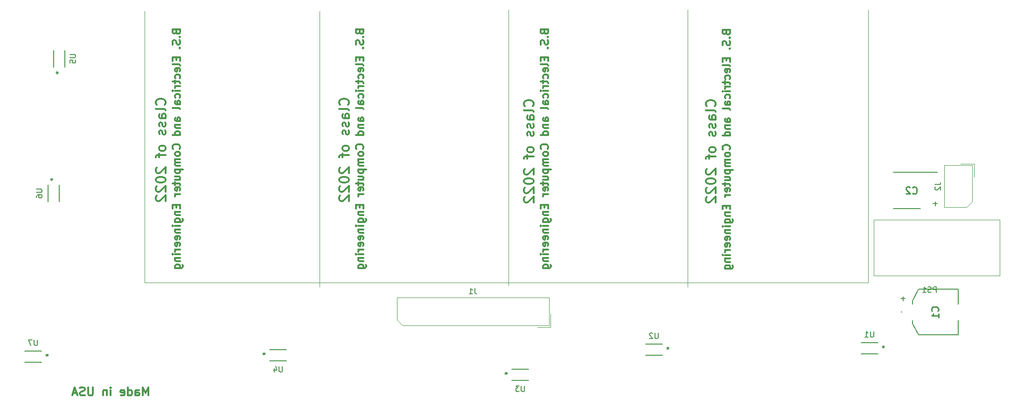
<source format=gbr>
%TF.GenerationSoftware,KiCad,Pcbnew,(5.1.9)-1*%
%TF.CreationDate,2022-03-08T15:51:05-05:00*%
%TF.ProjectId,Front Dash,46726f6e-7420-4446-9173-682e6b696361,rev?*%
%TF.SameCoordinates,Original*%
%TF.FileFunction,Legend,Bot*%
%TF.FilePolarity,Positive*%
%FSLAX46Y46*%
G04 Gerber Fmt 4.6, Leading zero omitted, Abs format (unit mm)*
G04 Created by KiCad (PCBNEW (5.1.9)-1) date 2022-03-08 15:51:05*
%MOMM*%
%LPD*%
G01*
G04 APERTURE LIST*
%ADD10C,0.300000*%
%ADD11C,0.150000*%
%ADD12C,0.120000*%
%ADD13C,0.152400*%
%ADD14C,0.200000*%
%ADD15C,0.254000*%
G04 APERTURE END LIST*
D10*
X93435428Y-103040571D02*
X93435428Y-101540571D01*
X92935428Y-102612000D01*
X92435428Y-101540571D01*
X92435428Y-103040571D01*
X91078285Y-103040571D02*
X91078285Y-102254857D01*
X91149714Y-102112000D01*
X91292571Y-102040571D01*
X91578285Y-102040571D01*
X91721142Y-102112000D01*
X91078285Y-102969142D02*
X91221142Y-103040571D01*
X91578285Y-103040571D01*
X91721142Y-102969142D01*
X91792571Y-102826285D01*
X91792571Y-102683428D01*
X91721142Y-102540571D01*
X91578285Y-102469142D01*
X91221142Y-102469142D01*
X91078285Y-102397714D01*
X89721142Y-103040571D02*
X89721142Y-101540571D01*
X89721142Y-102969142D02*
X89864000Y-103040571D01*
X90149714Y-103040571D01*
X90292571Y-102969142D01*
X90364000Y-102897714D01*
X90435428Y-102754857D01*
X90435428Y-102326285D01*
X90364000Y-102183428D01*
X90292571Y-102112000D01*
X90149714Y-102040571D01*
X89864000Y-102040571D01*
X89721142Y-102112000D01*
X88435428Y-102969142D02*
X88578285Y-103040571D01*
X88864000Y-103040571D01*
X89006857Y-102969142D01*
X89078285Y-102826285D01*
X89078285Y-102254857D01*
X89006857Y-102112000D01*
X88864000Y-102040571D01*
X88578285Y-102040571D01*
X88435428Y-102112000D01*
X88364000Y-102254857D01*
X88364000Y-102397714D01*
X89078285Y-102540571D01*
X86578285Y-103040571D02*
X86578285Y-102040571D01*
X86578285Y-101540571D02*
X86649714Y-101612000D01*
X86578285Y-101683428D01*
X86506857Y-101612000D01*
X86578285Y-101540571D01*
X86578285Y-101683428D01*
X85864000Y-102040571D02*
X85864000Y-103040571D01*
X85864000Y-102183428D02*
X85792571Y-102112000D01*
X85649714Y-102040571D01*
X85435428Y-102040571D01*
X85292571Y-102112000D01*
X85221142Y-102254857D01*
X85221142Y-103040571D01*
X83364000Y-101540571D02*
X83364000Y-102754857D01*
X83292571Y-102897714D01*
X83221142Y-102969142D01*
X83078285Y-103040571D01*
X82792571Y-103040571D01*
X82649714Y-102969142D01*
X82578285Y-102897714D01*
X82506857Y-102754857D01*
X82506857Y-101540571D01*
X81864000Y-102969142D02*
X81649714Y-103040571D01*
X81292571Y-103040571D01*
X81149714Y-102969142D01*
X81078285Y-102897714D01*
X81006857Y-102754857D01*
X81006857Y-102612000D01*
X81078285Y-102469142D01*
X81149714Y-102397714D01*
X81292571Y-102326285D01*
X81578285Y-102254857D01*
X81721142Y-102183428D01*
X81792571Y-102112000D01*
X81864000Y-101969142D01*
X81864000Y-101826285D01*
X81792571Y-101683428D01*
X81721142Y-101612000D01*
X81578285Y-101540571D01*
X81221142Y-101540571D01*
X81006857Y-101612000D01*
X80435428Y-102612000D02*
X79721142Y-102612000D01*
X80578285Y-103040571D02*
X80078285Y-101540571D01*
X79578285Y-103040571D01*
D11*
X235839047Y-68143428D02*
X236600952Y-68143428D01*
X236220000Y-68524380D02*
X236220000Y-67762476D01*
X229997047Y-85415428D02*
X230758952Y-85415428D01*
X230378000Y-85796380D02*
X230378000Y-85034476D01*
D10*
X165254214Y-36911642D02*
X165320738Y-37111214D01*
X165387261Y-37177738D01*
X165520309Y-37244261D01*
X165719880Y-37244261D01*
X165852928Y-37177738D01*
X165919452Y-37111214D01*
X165985976Y-36978166D01*
X165985976Y-36445976D01*
X164588976Y-36445976D01*
X164588976Y-36911642D01*
X164655500Y-37044690D01*
X164722023Y-37111214D01*
X164855071Y-37177738D01*
X164988119Y-37177738D01*
X165121166Y-37111214D01*
X165187690Y-37044690D01*
X165254214Y-36911642D01*
X165254214Y-36445976D01*
X165852928Y-37842976D02*
X165919452Y-37909500D01*
X165985976Y-37842976D01*
X165919452Y-37776452D01*
X165852928Y-37842976D01*
X165985976Y-37842976D01*
X165919452Y-38441690D02*
X165985976Y-38641261D01*
X165985976Y-38973880D01*
X165919452Y-39106928D01*
X165852928Y-39173452D01*
X165719880Y-39239976D01*
X165586833Y-39239976D01*
X165453785Y-39173452D01*
X165387261Y-39106928D01*
X165320738Y-38973880D01*
X165254214Y-38707785D01*
X165187690Y-38574738D01*
X165121166Y-38508214D01*
X164988119Y-38441690D01*
X164855071Y-38441690D01*
X164722023Y-38508214D01*
X164655500Y-38574738D01*
X164588976Y-38707785D01*
X164588976Y-39040404D01*
X164655500Y-39239976D01*
X165852928Y-39838690D02*
X165919452Y-39905214D01*
X165985976Y-39838690D01*
X165919452Y-39772166D01*
X165852928Y-39838690D01*
X165985976Y-39838690D01*
X165254214Y-41568309D02*
X165254214Y-42033976D01*
X165985976Y-42233547D02*
X165985976Y-41568309D01*
X164588976Y-41568309D01*
X164588976Y-42233547D01*
X165985976Y-43031833D02*
X165919452Y-42898785D01*
X165786404Y-42832261D01*
X164588976Y-42832261D01*
X165919452Y-44096214D02*
X165985976Y-43963166D01*
X165985976Y-43697071D01*
X165919452Y-43564023D01*
X165786404Y-43497500D01*
X165254214Y-43497500D01*
X165121166Y-43564023D01*
X165054642Y-43697071D01*
X165054642Y-43963166D01*
X165121166Y-44096214D01*
X165254214Y-44162738D01*
X165387261Y-44162738D01*
X165520309Y-43497500D01*
X165919452Y-45360166D02*
X165985976Y-45227119D01*
X165985976Y-44961023D01*
X165919452Y-44827976D01*
X165852928Y-44761452D01*
X165719880Y-44694928D01*
X165320738Y-44694928D01*
X165187690Y-44761452D01*
X165121166Y-44827976D01*
X165054642Y-44961023D01*
X165054642Y-45227119D01*
X165121166Y-45360166D01*
X165054642Y-45759309D02*
X165054642Y-46291500D01*
X164588976Y-45958880D02*
X165786404Y-45958880D01*
X165919452Y-46025404D01*
X165985976Y-46158452D01*
X165985976Y-46291500D01*
X165985976Y-46757166D02*
X165054642Y-46757166D01*
X165320738Y-46757166D02*
X165187690Y-46823690D01*
X165121166Y-46890214D01*
X165054642Y-47023261D01*
X165054642Y-47156309D01*
X165985976Y-47621976D02*
X165054642Y-47621976D01*
X164588976Y-47621976D02*
X164655500Y-47555452D01*
X164722023Y-47621976D01*
X164655500Y-47688500D01*
X164588976Y-47621976D01*
X164722023Y-47621976D01*
X165919452Y-48885928D02*
X165985976Y-48752880D01*
X165985976Y-48486785D01*
X165919452Y-48353738D01*
X165852928Y-48287214D01*
X165719880Y-48220690D01*
X165320738Y-48220690D01*
X165187690Y-48287214D01*
X165121166Y-48353738D01*
X165054642Y-48486785D01*
X165054642Y-48752880D01*
X165121166Y-48885928D01*
X165985976Y-50083357D02*
X165254214Y-50083357D01*
X165121166Y-50016833D01*
X165054642Y-49883785D01*
X165054642Y-49617690D01*
X165121166Y-49484642D01*
X165919452Y-50083357D02*
X165985976Y-49950309D01*
X165985976Y-49617690D01*
X165919452Y-49484642D01*
X165786404Y-49418119D01*
X165653357Y-49418119D01*
X165520309Y-49484642D01*
X165453785Y-49617690D01*
X165453785Y-49950309D01*
X165387261Y-50083357D01*
X165985976Y-50948166D02*
X165919452Y-50815119D01*
X165786404Y-50748595D01*
X164588976Y-50748595D01*
X165985976Y-53143452D02*
X165254214Y-53143452D01*
X165121166Y-53076928D01*
X165054642Y-52943880D01*
X165054642Y-52677785D01*
X165121166Y-52544738D01*
X165919452Y-53143452D02*
X165985976Y-53010404D01*
X165985976Y-52677785D01*
X165919452Y-52544738D01*
X165786404Y-52478214D01*
X165653357Y-52478214D01*
X165520309Y-52544738D01*
X165453785Y-52677785D01*
X165453785Y-53010404D01*
X165387261Y-53143452D01*
X165054642Y-53808690D02*
X165985976Y-53808690D01*
X165187690Y-53808690D02*
X165121166Y-53875214D01*
X165054642Y-54008261D01*
X165054642Y-54207833D01*
X165121166Y-54340880D01*
X165254214Y-54407404D01*
X165985976Y-54407404D01*
X165985976Y-55671357D02*
X164588976Y-55671357D01*
X165919452Y-55671357D02*
X165985976Y-55538309D01*
X165985976Y-55272214D01*
X165919452Y-55139166D01*
X165852928Y-55072642D01*
X165719880Y-55006119D01*
X165320738Y-55006119D01*
X165187690Y-55072642D01*
X165121166Y-55139166D01*
X165054642Y-55272214D01*
X165054642Y-55538309D01*
X165121166Y-55671357D01*
X165852928Y-58199261D02*
X165919452Y-58132738D01*
X165985976Y-57933166D01*
X165985976Y-57800119D01*
X165919452Y-57600547D01*
X165786404Y-57467500D01*
X165653357Y-57400976D01*
X165387261Y-57334452D01*
X165187690Y-57334452D01*
X164921595Y-57400976D01*
X164788547Y-57467500D01*
X164655500Y-57600547D01*
X164588976Y-57800119D01*
X164588976Y-57933166D01*
X164655500Y-58132738D01*
X164722023Y-58199261D01*
X165985976Y-58997547D02*
X165919452Y-58864500D01*
X165852928Y-58797976D01*
X165719880Y-58731452D01*
X165320738Y-58731452D01*
X165187690Y-58797976D01*
X165121166Y-58864500D01*
X165054642Y-58997547D01*
X165054642Y-59197119D01*
X165121166Y-59330166D01*
X165187690Y-59396690D01*
X165320738Y-59463214D01*
X165719880Y-59463214D01*
X165852928Y-59396690D01*
X165919452Y-59330166D01*
X165985976Y-59197119D01*
X165985976Y-58997547D01*
X165985976Y-60061928D02*
X165054642Y-60061928D01*
X165187690Y-60061928D02*
X165121166Y-60128452D01*
X165054642Y-60261500D01*
X165054642Y-60461071D01*
X165121166Y-60594119D01*
X165254214Y-60660642D01*
X165985976Y-60660642D01*
X165254214Y-60660642D02*
X165121166Y-60727166D01*
X165054642Y-60860214D01*
X165054642Y-61059785D01*
X165121166Y-61192833D01*
X165254214Y-61259357D01*
X165985976Y-61259357D01*
X165054642Y-61924595D02*
X166451642Y-61924595D01*
X165121166Y-61924595D02*
X165054642Y-62057642D01*
X165054642Y-62323738D01*
X165121166Y-62456785D01*
X165187690Y-62523309D01*
X165320738Y-62589833D01*
X165719880Y-62589833D01*
X165852928Y-62523309D01*
X165919452Y-62456785D01*
X165985976Y-62323738D01*
X165985976Y-62057642D01*
X165919452Y-61924595D01*
X165054642Y-63787261D02*
X165985976Y-63787261D01*
X165054642Y-63188547D02*
X165786404Y-63188547D01*
X165919452Y-63255071D01*
X165985976Y-63388119D01*
X165985976Y-63587690D01*
X165919452Y-63720738D01*
X165852928Y-63787261D01*
X165054642Y-64252928D02*
X165054642Y-64785119D01*
X164588976Y-64452500D02*
X165786404Y-64452500D01*
X165919452Y-64519023D01*
X165985976Y-64652071D01*
X165985976Y-64785119D01*
X165919452Y-65782976D02*
X165985976Y-65649928D01*
X165985976Y-65383833D01*
X165919452Y-65250785D01*
X165786404Y-65184261D01*
X165254214Y-65184261D01*
X165121166Y-65250785D01*
X165054642Y-65383833D01*
X165054642Y-65649928D01*
X165121166Y-65782976D01*
X165254214Y-65849500D01*
X165387261Y-65849500D01*
X165520309Y-65184261D01*
X165985976Y-66448214D02*
X165054642Y-66448214D01*
X165320738Y-66448214D02*
X165187690Y-66514738D01*
X165121166Y-66581261D01*
X165054642Y-66714309D01*
X165054642Y-66847357D01*
X165254214Y-68377404D02*
X165254214Y-68843071D01*
X165985976Y-69042642D02*
X165985976Y-68377404D01*
X164588976Y-68377404D01*
X164588976Y-69042642D01*
X165054642Y-69641357D02*
X165985976Y-69641357D01*
X165187690Y-69641357D02*
X165121166Y-69707880D01*
X165054642Y-69840928D01*
X165054642Y-70040500D01*
X165121166Y-70173547D01*
X165254214Y-70240071D01*
X165985976Y-70240071D01*
X165054642Y-71504023D02*
X166185547Y-71504023D01*
X166318595Y-71437500D01*
X166385119Y-71370976D01*
X166451642Y-71237928D01*
X166451642Y-71038357D01*
X166385119Y-70905309D01*
X165919452Y-71504023D02*
X165985976Y-71370976D01*
X165985976Y-71104880D01*
X165919452Y-70971833D01*
X165852928Y-70905309D01*
X165719880Y-70838785D01*
X165320738Y-70838785D01*
X165187690Y-70905309D01*
X165121166Y-70971833D01*
X165054642Y-71104880D01*
X165054642Y-71370976D01*
X165121166Y-71504023D01*
X165985976Y-72169261D02*
X165054642Y-72169261D01*
X164588976Y-72169261D02*
X164655500Y-72102738D01*
X164722023Y-72169261D01*
X164655500Y-72235785D01*
X164588976Y-72169261D01*
X164722023Y-72169261D01*
X165054642Y-72834500D02*
X165985976Y-72834500D01*
X165187690Y-72834500D02*
X165121166Y-72901023D01*
X165054642Y-73034071D01*
X165054642Y-73233642D01*
X165121166Y-73366690D01*
X165254214Y-73433214D01*
X165985976Y-73433214D01*
X165919452Y-74630642D02*
X165985976Y-74497595D01*
X165985976Y-74231500D01*
X165919452Y-74098452D01*
X165786404Y-74031928D01*
X165254214Y-74031928D01*
X165121166Y-74098452D01*
X165054642Y-74231500D01*
X165054642Y-74497595D01*
X165121166Y-74630642D01*
X165254214Y-74697166D01*
X165387261Y-74697166D01*
X165520309Y-74031928D01*
X165919452Y-75828071D02*
X165985976Y-75695023D01*
X165985976Y-75428928D01*
X165919452Y-75295880D01*
X165786404Y-75229357D01*
X165254214Y-75229357D01*
X165121166Y-75295880D01*
X165054642Y-75428928D01*
X165054642Y-75695023D01*
X165121166Y-75828071D01*
X165254214Y-75894595D01*
X165387261Y-75894595D01*
X165520309Y-75229357D01*
X165985976Y-76493309D02*
X165054642Y-76493309D01*
X165320738Y-76493309D02*
X165187690Y-76559833D01*
X165121166Y-76626357D01*
X165054642Y-76759404D01*
X165054642Y-76892452D01*
X165985976Y-77358119D02*
X165054642Y-77358119D01*
X164588976Y-77358119D02*
X164655500Y-77291595D01*
X164722023Y-77358119D01*
X164655500Y-77424642D01*
X164588976Y-77358119D01*
X164722023Y-77358119D01*
X165054642Y-78023357D02*
X165985976Y-78023357D01*
X165187690Y-78023357D02*
X165121166Y-78089880D01*
X165054642Y-78222928D01*
X165054642Y-78422500D01*
X165121166Y-78555547D01*
X165254214Y-78622071D01*
X165985976Y-78622071D01*
X165054642Y-79886023D02*
X166185547Y-79886023D01*
X166318595Y-79819500D01*
X166385119Y-79752976D01*
X166451642Y-79619928D01*
X166451642Y-79420357D01*
X166385119Y-79287309D01*
X165919452Y-79886023D02*
X165985976Y-79752976D01*
X165985976Y-79486880D01*
X165919452Y-79353833D01*
X165852928Y-79287309D01*
X165719880Y-79220785D01*
X165320738Y-79220785D01*
X165187690Y-79287309D01*
X165121166Y-79353833D01*
X165054642Y-79486880D01*
X165054642Y-79752976D01*
X165121166Y-79886023D01*
D12*
X92710000Y-82550000D02*
X224028000Y-82550000D01*
X92710000Y-33147000D02*
X92710000Y-82550000D01*
X124460000Y-33147000D02*
X124460000Y-83312000D01*
X224028000Y-32893000D02*
X224028000Y-82550000D01*
X158750000Y-32893000D02*
X158750000Y-83058000D01*
X191262000Y-33147000D02*
X191262000Y-83312000D01*
X191262000Y-32893000D02*
X191262000Y-83058000D01*
D10*
X96393000Y-50207333D02*
X96477666Y-50122666D01*
X96562333Y-49868666D01*
X96562333Y-49699333D01*
X96477666Y-49445333D01*
X96308333Y-49276000D01*
X96139000Y-49191333D01*
X95800333Y-49106666D01*
X95546333Y-49106666D01*
X95207666Y-49191333D01*
X95038333Y-49276000D01*
X94869000Y-49445333D01*
X94784333Y-49699333D01*
X94784333Y-49868666D01*
X94869000Y-50122666D01*
X94953666Y-50207333D01*
X96562333Y-51223333D02*
X96477666Y-51054000D01*
X96308333Y-50969333D01*
X94784333Y-50969333D01*
X96562333Y-52662666D02*
X95631000Y-52662666D01*
X95461666Y-52578000D01*
X95377000Y-52408666D01*
X95377000Y-52070000D01*
X95461666Y-51900666D01*
X96477666Y-52662666D02*
X96562333Y-52493333D01*
X96562333Y-52070000D01*
X96477666Y-51900666D01*
X96308333Y-51816000D01*
X96139000Y-51816000D01*
X95969666Y-51900666D01*
X95885000Y-52070000D01*
X95885000Y-52493333D01*
X95800333Y-52662666D01*
X96477666Y-53424666D02*
X96562333Y-53594000D01*
X96562333Y-53932666D01*
X96477666Y-54102000D01*
X96308333Y-54186666D01*
X96223666Y-54186666D01*
X96054333Y-54102000D01*
X95969666Y-53932666D01*
X95969666Y-53678666D01*
X95885000Y-53509333D01*
X95715666Y-53424666D01*
X95631000Y-53424666D01*
X95461666Y-53509333D01*
X95377000Y-53678666D01*
X95377000Y-53932666D01*
X95461666Y-54102000D01*
X96477666Y-54864000D02*
X96562333Y-55033333D01*
X96562333Y-55372000D01*
X96477666Y-55541333D01*
X96308333Y-55626000D01*
X96223666Y-55626000D01*
X96054333Y-55541333D01*
X95969666Y-55372000D01*
X95969666Y-55118000D01*
X95885000Y-54948666D01*
X95715666Y-54864000D01*
X95631000Y-54864000D01*
X95461666Y-54948666D01*
X95377000Y-55118000D01*
X95377000Y-55372000D01*
X95461666Y-55541333D01*
X96562333Y-57996666D02*
X96477666Y-57827333D01*
X96393000Y-57742666D01*
X96223666Y-57658000D01*
X95715666Y-57658000D01*
X95546333Y-57742666D01*
X95461666Y-57827333D01*
X95377000Y-57996666D01*
X95377000Y-58250666D01*
X95461666Y-58420000D01*
X95546333Y-58504666D01*
X95715666Y-58589333D01*
X96223666Y-58589333D01*
X96393000Y-58504666D01*
X96477666Y-58420000D01*
X96562333Y-58250666D01*
X96562333Y-57996666D01*
X95377000Y-59097333D02*
X95377000Y-59774666D01*
X96562333Y-59351333D02*
X95038333Y-59351333D01*
X94869000Y-59436000D01*
X94784333Y-59605333D01*
X94784333Y-59774666D01*
X94953666Y-61637333D02*
X94869000Y-61722000D01*
X94784333Y-61891333D01*
X94784333Y-62314666D01*
X94869000Y-62484000D01*
X94953666Y-62568666D01*
X95123000Y-62653333D01*
X95292333Y-62653333D01*
X95546333Y-62568666D01*
X96562333Y-61552666D01*
X96562333Y-62653333D01*
X94784333Y-63754000D02*
X94784333Y-63923333D01*
X94869000Y-64092666D01*
X94953666Y-64177333D01*
X95123000Y-64262000D01*
X95461666Y-64346666D01*
X95885000Y-64346666D01*
X96223666Y-64262000D01*
X96393000Y-64177333D01*
X96477666Y-64092666D01*
X96562333Y-63923333D01*
X96562333Y-63754000D01*
X96477666Y-63584666D01*
X96393000Y-63500000D01*
X96223666Y-63415333D01*
X95885000Y-63330666D01*
X95461666Y-63330666D01*
X95123000Y-63415333D01*
X94953666Y-63500000D01*
X94869000Y-63584666D01*
X94784333Y-63754000D01*
X94953666Y-65024000D02*
X94869000Y-65108666D01*
X94784333Y-65278000D01*
X94784333Y-65701333D01*
X94869000Y-65870666D01*
X94953666Y-65955333D01*
X95123000Y-66040000D01*
X95292333Y-66040000D01*
X95546333Y-65955333D01*
X96562333Y-64939333D01*
X96562333Y-66040000D01*
X94953666Y-66717333D02*
X94869000Y-66802000D01*
X94784333Y-66971333D01*
X94784333Y-67394666D01*
X94869000Y-67564000D01*
X94953666Y-67648666D01*
X95123000Y-67733333D01*
X95292333Y-67733333D01*
X95546333Y-67648666D01*
X96562333Y-66632666D01*
X96562333Y-67733333D01*
X129667000Y-50207333D02*
X129751666Y-50122666D01*
X129836333Y-49868666D01*
X129836333Y-49699333D01*
X129751666Y-49445333D01*
X129582333Y-49276000D01*
X129413000Y-49191333D01*
X129074333Y-49106666D01*
X128820333Y-49106666D01*
X128481666Y-49191333D01*
X128312333Y-49276000D01*
X128143000Y-49445333D01*
X128058333Y-49699333D01*
X128058333Y-49868666D01*
X128143000Y-50122666D01*
X128227666Y-50207333D01*
X129836333Y-51223333D02*
X129751666Y-51054000D01*
X129582333Y-50969333D01*
X128058333Y-50969333D01*
X129836333Y-52662666D02*
X128905000Y-52662666D01*
X128735666Y-52578000D01*
X128651000Y-52408666D01*
X128651000Y-52070000D01*
X128735666Y-51900666D01*
X129751666Y-52662666D02*
X129836333Y-52493333D01*
X129836333Y-52070000D01*
X129751666Y-51900666D01*
X129582333Y-51816000D01*
X129413000Y-51816000D01*
X129243666Y-51900666D01*
X129159000Y-52070000D01*
X129159000Y-52493333D01*
X129074333Y-52662666D01*
X129751666Y-53424666D02*
X129836333Y-53594000D01*
X129836333Y-53932666D01*
X129751666Y-54102000D01*
X129582333Y-54186666D01*
X129497666Y-54186666D01*
X129328333Y-54102000D01*
X129243666Y-53932666D01*
X129243666Y-53678666D01*
X129159000Y-53509333D01*
X128989666Y-53424666D01*
X128905000Y-53424666D01*
X128735666Y-53509333D01*
X128651000Y-53678666D01*
X128651000Y-53932666D01*
X128735666Y-54102000D01*
X129751666Y-54864000D02*
X129836333Y-55033333D01*
X129836333Y-55372000D01*
X129751666Y-55541333D01*
X129582333Y-55626000D01*
X129497666Y-55626000D01*
X129328333Y-55541333D01*
X129243666Y-55372000D01*
X129243666Y-55118000D01*
X129159000Y-54948666D01*
X128989666Y-54864000D01*
X128905000Y-54864000D01*
X128735666Y-54948666D01*
X128651000Y-55118000D01*
X128651000Y-55372000D01*
X128735666Y-55541333D01*
X129836333Y-57996666D02*
X129751666Y-57827333D01*
X129667000Y-57742666D01*
X129497666Y-57658000D01*
X128989666Y-57658000D01*
X128820333Y-57742666D01*
X128735666Y-57827333D01*
X128651000Y-57996666D01*
X128651000Y-58250666D01*
X128735666Y-58420000D01*
X128820333Y-58504666D01*
X128989666Y-58589333D01*
X129497666Y-58589333D01*
X129667000Y-58504666D01*
X129751666Y-58420000D01*
X129836333Y-58250666D01*
X129836333Y-57996666D01*
X128651000Y-59097333D02*
X128651000Y-59774666D01*
X129836333Y-59351333D02*
X128312333Y-59351333D01*
X128143000Y-59436000D01*
X128058333Y-59605333D01*
X128058333Y-59774666D01*
X128227666Y-61637333D02*
X128143000Y-61722000D01*
X128058333Y-61891333D01*
X128058333Y-62314666D01*
X128143000Y-62484000D01*
X128227666Y-62568666D01*
X128397000Y-62653333D01*
X128566333Y-62653333D01*
X128820333Y-62568666D01*
X129836333Y-61552666D01*
X129836333Y-62653333D01*
X128058333Y-63754000D02*
X128058333Y-63923333D01*
X128143000Y-64092666D01*
X128227666Y-64177333D01*
X128397000Y-64262000D01*
X128735666Y-64346666D01*
X129159000Y-64346666D01*
X129497666Y-64262000D01*
X129667000Y-64177333D01*
X129751666Y-64092666D01*
X129836333Y-63923333D01*
X129836333Y-63754000D01*
X129751666Y-63584666D01*
X129667000Y-63500000D01*
X129497666Y-63415333D01*
X129159000Y-63330666D01*
X128735666Y-63330666D01*
X128397000Y-63415333D01*
X128227666Y-63500000D01*
X128143000Y-63584666D01*
X128058333Y-63754000D01*
X128227666Y-65024000D02*
X128143000Y-65108666D01*
X128058333Y-65278000D01*
X128058333Y-65701333D01*
X128143000Y-65870666D01*
X128227666Y-65955333D01*
X128397000Y-66040000D01*
X128566333Y-66040000D01*
X128820333Y-65955333D01*
X129836333Y-64939333D01*
X129836333Y-66040000D01*
X128227666Y-66717333D02*
X128143000Y-66802000D01*
X128058333Y-66971333D01*
X128058333Y-67394666D01*
X128143000Y-67564000D01*
X128227666Y-67648666D01*
X128397000Y-67733333D01*
X128566333Y-67733333D01*
X128820333Y-67648666D01*
X129836333Y-66632666D01*
X129836333Y-67733333D01*
X163195000Y-50461333D02*
X163279666Y-50376666D01*
X163364333Y-50122666D01*
X163364333Y-49953333D01*
X163279666Y-49699333D01*
X163110333Y-49530000D01*
X162941000Y-49445333D01*
X162602333Y-49360666D01*
X162348333Y-49360666D01*
X162009666Y-49445333D01*
X161840333Y-49530000D01*
X161671000Y-49699333D01*
X161586333Y-49953333D01*
X161586333Y-50122666D01*
X161671000Y-50376666D01*
X161755666Y-50461333D01*
X163364333Y-51477333D02*
X163279666Y-51308000D01*
X163110333Y-51223333D01*
X161586333Y-51223333D01*
X163364333Y-52916666D02*
X162433000Y-52916666D01*
X162263666Y-52832000D01*
X162179000Y-52662666D01*
X162179000Y-52324000D01*
X162263666Y-52154666D01*
X163279666Y-52916666D02*
X163364333Y-52747333D01*
X163364333Y-52324000D01*
X163279666Y-52154666D01*
X163110333Y-52070000D01*
X162941000Y-52070000D01*
X162771666Y-52154666D01*
X162687000Y-52324000D01*
X162687000Y-52747333D01*
X162602333Y-52916666D01*
X163279666Y-53678666D02*
X163364333Y-53848000D01*
X163364333Y-54186666D01*
X163279666Y-54356000D01*
X163110333Y-54440666D01*
X163025666Y-54440666D01*
X162856333Y-54356000D01*
X162771666Y-54186666D01*
X162771666Y-53932666D01*
X162687000Y-53763333D01*
X162517666Y-53678666D01*
X162433000Y-53678666D01*
X162263666Y-53763333D01*
X162179000Y-53932666D01*
X162179000Y-54186666D01*
X162263666Y-54356000D01*
X163279666Y-55118000D02*
X163364333Y-55287333D01*
X163364333Y-55626000D01*
X163279666Y-55795333D01*
X163110333Y-55880000D01*
X163025666Y-55880000D01*
X162856333Y-55795333D01*
X162771666Y-55626000D01*
X162771666Y-55372000D01*
X162687000Y-55202666D01*
X162517666Y-55118000D01*
X162433000Y-55118000D01*
X162263666Y-55202666D01*
X162179000Y-55372000D01*
X162179000Y-55626000D01*
X162263666Y-55795333D01*
X163364333Y-58250666D02*
X163279666Y-58081333D01*
X163195000Y-57996666D01*
X163025666Y-57912000D01*
X162517666Y-57912000D01*
X162348333Y-57996666D01*
X162263666Y-58081333D01*
X162179000Y-58250666D01*
X162179000Y-58504666D01*
X162263666Y-58674000D01*
X162348333Y-58758666D01*
X162517666Y-58843333D01*
X163025666Y-58843333D01*
X163195000Y-58758666D01*
X163279666Y-58674000D01*
X163364333Y-58504666D01*
X163364333Y-58250666D01*
X162179000Y-59351333D02*
X162179000Y-60028666D01*
X163364333Y-59605333D02*
X161840333Y-59605333D01*
X161671000Y-59690000D01*
X161586333Y-59859333D01*
X161586333Y-60028666D01*
X161755666Y-61891333D02*
X161671000Y-61976000D01*
X161586333Y-62145333D01*
X161586333Y-62568666D01*
X161671000Y-62738000D01*
X161755666Y-62822666D01*
X161925000Y-62907333D01*
X162094333Y-62907333D01*
X162348333Y-62822666D01*
X163364333Y-61806666D01*
X163364333Y-62907333D01*
X161586333Y-64008000D02*
X161586333Y-64177333D01*
X161671000Y-64346666D01*
X161755666Y-64431333D01*
X161925000Y-64516000D01*
X162263666Y-64600666D01*
X162687000Y-64600666D01*
X163025666Y-64516000D01*
X163195000Y-64431333D01*
X163279666Y-64346666D01*
X163364333Y-64177333D01*
X163364333Y-64008000D01*
X163279666Y-63838666D01*
X163195000Y-63754000D01*
X163025666Y-63669333D01*
X162687000Y-63584666D01*
X162263666Y-63584666D01*
X161925000Y-63669333D01*
X161755666Y-63754000D01*
X161671000Y-63838666D01*
X161586333Y-64008000D01*
X161755666Y-65278000D02*
X161671000Y-65362666D01*
X161586333Y-65532000D01*
X161586333Y-65955333D01*
X161671000Y-66124666D01*
X161755666Y-66209333D01*
X161925000Y-66294000D01*
X162094333Y-66294000D01*
X162348333Y-66209333D01*
X163364333Y-65193333D01*
X163364333Y-66294000D01*
X161755666Y-66971333D02*
X161671000Y-67056000D01*
X161586333Y-67225333D01*
X161586333Y-67648666D01*
X161671000Y-67818000D01*
X161755666Y-67902666D01*
X161925000Y-67987333D01*
X162094333Y-67987333D01*
X162348333Y-67902666D01*
X163364333Y-66886666D01*
X163364333Y-67987333D01*
X196215000Y-50461333D02*
X196299666Y-50376666D01*
X196384333Y-50122666D01*
X196384333Y-49953333D01*
X196299666Y-49699333D01*
X196130333Y-49530000D01*
X195961000Y-49445333D01*
X195622333Y-49360666D01*
X195368333Y-49360666D01*
X195029666Y-49445333D01*
X194860333Y-49530000D01*
X194691000Y-49699333D01*
X194606333Y-49953333D01*
X194606333Y-50122666D01*
X194691000Y-50376666D01*
X194775666Y-50461333D01*
X196384333Y-51477333D02*
X196299666Y-51308000D01*
X196130333Y-51223333D01*
X194606333Y-51223333D01*
X196384333Y-52916666D02*
X195453000Y-52916666D01*
X195283666Y-52832000D01*
X195199000Y-52662666D01*
X195199000Y-52324000D01*
X195283666Y-52154666D01*
X196299666Y-52916666D02*
X196384333Y-52747333D01*
X196384333Y-52324000D01*
X196299666Y-52154666D01*
X196130333Y-52070000D01*
X195961000Y-52070000D01*
X195791666Y-52154666D01*
X195707000Y-52324000D01*
X195707000Y-52747333D01*
X195622333Y-52916666D01*
X196299666Y-53678666D02*
X196384333Y-53848000D01*
X196384333Y-54186666D01*
X196299666Y-54356000D01*
X196130333Y-54440666D01*
X196045666Y-54440666D01*
X195876333Y-54356000D01*
X195791666Y-54186666D01*
X195791666Y-53932666D01*
X195707000Y-53763333D01*
X195537666Y-53678666D01*
X195453000Y-53678666D01*
X195283666Y-53763333D01*
X195199000Y-53932666D01*
X195199000Y-54186666D01*
X195283666Y-54356000D01*
X196299666Y-55118000D02*
X196384333Y-55287333D01*
X196384333Y-55626000D01*
X196299666Y-55795333D01*
X196130333Y-55880000D01*
X196045666Y-55880000D01*
X195876333Y-55795333D01*
X195791666Y-55626000D01*
X195791666Y-55372000D01*
X195707000Y-55202666D01*
X195537666Y-55118000D01*
X195453000Y-55118000D01*
X195283666Y-55202666D01*
X195199000Y-55372000D01*
X195199000Y-55626000D01*
X195283666Y-55795333D01*
X196384333Y-58250666D02*
X196299666Y-58081333D01*
X196215000Y-57996666D01*
X196045666Y-57912000D01*
X195537666Y-57912000D01*
X195368333Y-57996666D01*
X195283666Y-58081333D01*
X195199000Y-58250666D01*
X195199000Y-58504666D01*
X195283666Y-58674000D01*
X195368333Y-58758666D01*
X195537666Y-58843333D01*
X196045666Y-58843333D01*
X196215000Y-58758666D01*
X196299666Y-58674000D01*
X196384333Y-58504666D01*
X196384333Y-58250666D01*
X195199000Y-59351333D02*
X195199000Y-60028666D01*
X196384333Y-59605333D02*
X194860333Y-59605333D01*
X194691000Y-59690000D01*
X194606333Y-59859333D01*
X194606333Y-60028666D01*
X194775666Y-61891333D02*
X194691000Y-61976000D01*
X194606333Y-62145333D01*
X194606333Y-62568666D01*
X194691000Y-62738000D01*
X194775666Y-62822666D01*
X194945000Y-62907333D01*
X195114333Y-62907333D01*
X195368333Y-62822666D01*
X196384333Y-61806666D01*
X196384333Y-62907333D01*
X194606333Y-64008000D02*
X194606333Y-64177333D01*
X194691000Y-64346666D01*
X194775666Y-64431333D01*
X194945000Y-64516000D01*
X195283666Y-64600666D01*
X195707000Y-64600666D01*
X196045666Y-64516000D01*
X196215000Y-64431333D01*
X196299666Y-64346666D01*
X196384333Y-64177333D01*
X196384333Y-64008000D01*
X196299666Y-63838666D01*
X196215000Y-63754000D01*
X196045666Y-63669333D01*
X195707000Y-63584666D01*
X195283666Y-63584666D01*
X194945000Y-63669333D01*
X194775666Y-63754000D01*
X194691000Y-63838666D01*
X194606333Y-64008000D01*
X194775666Y-65278000D02*
X194691000Y-65362666D01*
X194606333Y-65532000D01*
X194606333Y-65955333D01*
X194691000Y-66124666D01*
X194775666Y-66209333D01*
X194945000Y-66294000D01*
X195114333Y-66294000D01*
X195368333Y-66209333D01*
X196384333Y-65193333D01*
X196384333Y-66294000D01*
X194775666Y-66971333D02*
X194691000Y-67056000D01*
X194606333Y-67225333D01*
X194606333Y-67648666D01*
X194691000Y-67818000D01*
X194775666Y-67902666D01*
X194945000Y-67987333D01*
X195114333Y-67987333D01*
X195368333Y-67902666D01*
X196384333Y-66886666D01*
X196384333Y-67987333D01*
X98452214Y-36911642D02*
X98518738Y-37111214D01*
X98585261Y-37177738D01*
X98718309Y-37244261D01*
X98917880Y-37244261D01*
X99050928Y-37177738D01*
X99117452Y-37111214D01*
X99183976Y-36978166D01*
X99183976Y-36445976D01*
X97786976Y-36445976D01*
X97786976Y-36911642D01*
X97853500Y-37044690D01*
X97920023Y-37111214D01*
X98053071Y-37177738D01*
X98186119Y-37177738D01*
X98319166Y-37111214D01*
X98385690Y-37044690D01*
X98452214Y-36911642D01*
X98452214Y-36445976D01*
X99050928Y-37842976D02*
X99117452Y-37909500D01*
X99183976Y-37842976D01*
X99117452Y-37776452D01*
X99050928Y-37842976D01*
X99183976Y-37842976D01*
X99117452Y-38441690D02*
X99183976Y-38641261D01*
X99183976Y-38973880D01*
X99117452Y-39106928D01*
X99050928Y-39173452D01*
X98917880Y-39239976D01*
X98784833Y-39239976D01*
X98651785Y-39173452D01*
X98585261Y-39106928D01*
X98518738Y-38973880D01*
X98452214Y-38707785D01*
X98385690Y-38574738D01*
X98319166Y-38508214D01*
X98186119Y-38441690D01*
X98053071Y-38441690D01*
X97920023Y-38508214D01*
X97853500Y-38574738D01*
X97786976Y-38707785D01*
X97786976Y-39040404D01*
X97853500Y-39239976D01*
X99050928Y-39838690D02*
X99117452Y-39905214D01*
X99183976Y-39838690D01*
X99117452Y-39772166D01*
X99050928Y-39838690D01*
X99183976Y-39838690D01*
X98452214Y-41568309D02*
X98452214Y-42033976D01*
X99183976Y-42233547D02*
X99183976Y-41568309D01*
X97786976Y-41568309D01*
X97786976Y-42233547D01*
X99183976Y-43031833D02*
X99117452Y-42898785D01*
X98984404Y-42832261D01*
X97786976Y-42832261D01*
X99117452Y-44096214D02*
X99183976Y-43963166D01*
X99183976Y-43697071D01*
X99117452Y-43564023D01*
X98984404Y-43497500D01*
X98452214Y-43497500D01*
X98319166Y-43564023D01*
X98252642Y-43697071D01*
X98252642Y-43963166D01*
X98319166Y-44096214D01*
X98452214Y-44162738D01*
X98585261Y-44162738D01*
X98718309Y-43497500D01*
X99117452Y-45360166D02*
X99183976Y-45227119D01*
X99183976Y-44961023D01*
X99117452Y-44827976D01*
X99050928Y-44761452D01*
X98917880Y-44694928D01*
X98518738Y-44694928D01*
X98385690Y-44761452D01*
X98319166Y-44827976D01*
X98252642Y-44961023D01*
X98252642Y-45227119D01*
X98319166Y-45360166D01*
X98252642Y-45759309D02*
X98252642Y-46291500D01*
X97786976Y-45958880D02*
X98984404Y-45958880D01*
X99117452Y-46025404D01*
X99183976Y-46158452D01*
X99183976Y-46291500D01*
X99183976Y-46757166D02*
X98252642Y-46757166D01*
X98518738Y-46757166D02*
X98385690Y-46823690D01*
X98319166Y-46890214D01*
X98252642Y-47023261D01*
X98252642Y-47156309D01*
X99183976Y-47621976D02*
X98252642Y-47621976D01*
X97786976Y-47621976D02*
X97853500Y-47555452D01*
X97920023Y-47621976D01*
X97853500Y-47688500D01*
X97786976Y-47621976D01*
X97920023Y-47621976D01*
X99117452Y-48885928D02*
X99183976Y-48752880D01*
X99183976Y-48486785D01*
X99117452Y-48353738D01*
X99050928Y-48287214D01*
X98917880Y-48220690D01*
X98518738Y-48220690D01*
X98385690Y-48287214D01*
X98319166Y-48353738D01*
X98252642Y-48486785D01*
X98252642Y-48752880D01*
X98319166Y-48885928D01*
X99183976Y-50083357D02*
X98452214Y-50083357D01*
X98319166Y-50016833D01*
X98252642Y-49883785D01*
X98252642Y-49617690D01*
X98319166Y-49484642D01*
X99117452Y-50083357D02*
X99183976Y-49950309D01*
X99183976Y-49617690D01*
X99117452Y-49484642D01*
X98984404Y-49418119D01*
X98851357Y-49418119D01*
X98718309Y-49484642D01*
X98651785Y-49617690D01*
X98651785Y-49950309D01*
X98585261Y-50083357D01*
X99183976Y-50948166D02*
X99117452Y-50815119D01*
X98984404Y-50748595D01*
X97786976Y-50748595D01*
X99183976Y-53143452D02*
X98452214Y-53143452D01*
X98319166Y-53076928D01*
X98252642Y-52943880D01*
X98252642Y-52677785D01*
X98319166Y-52544738D01*
X99117452Y-53143452D02*
X99183976Y-53010404D01*
X99183976Y-52677785D01*
X99117452Y-52544738D01*
X98984404Y-52478214D01*
X98851357Y-52478214D01*
X98718309Y-52544738D01*
X98651785Y-52677785D01*
X98651785Y-53010404D01*
X98585261Y-53143452D01*
X98252642Y-53808690D02*
X99183976Y-53808690D01*
X98385690Y-53808690D02*
X98319166Y-53875214D01*
X98252642Y-54008261D01*
X98252642Y-54207833D01*
X98319166Y-54340880D01*
X98452214Y-54407404D01*
X99183976Y-54407404D01*
X99183976Y-55671357D02*
X97786976Y-55671357D01*
X99117452Y-55671357D02*
X99183976Y-55538309D01*
X99183976Y-55272214D01*
X99117452Y-55139166D01*
X99050928Y-55072642D01*
X98917880Y-55006119D01*
X98518738Y-55006119D01*
X98385690Y-55072642D01*
X98319166Y-55139166D01*
X98252642Y-55272214D01*
X98252642Y-55538309D01*
X98319166Y-55671357D01*
X99050928Y-58199261D02*
X99117452Y-58132738D01*
X99183976Y-57933166D01*
X99183976Y-57800119D01*
X99117452Y-57600547D01*
X98984404Y-57467500D01*
X98851357Y-57400976D01*
X98585261Y-57334452D01*
X98385690Y-57334452D01*
X98119595Y-57400976D01*
X97986547Y-57467500D01*
X97853500Y-57600547D01*
X97786976Y-57800119D01*
X97786976Y-57933166D01*
X97853500Y-58132738D01*
X97920023Y-58199261D01*
X99183976Y-58997547D02*
X99117452Y-58864500D01*
X99050928Y-58797976D01*
X98917880Y-58731452D01*
X98518738Y-58731452D01*
X98385690Y-58797976D01*
X98319166Y-58864500D01*
X98252642Y-58997547D01*
X98252642Y-59197119D01*
X98319166Y-59330166D01*
X98385690Y-59396690D01*
X98518738Y-59463214D01*
X98917880Y-59463214D01*
X99050928Y-59396690D01*
X99117452Y-59330166D01*
X99183976Y-59197119D01*
X99183976Y-58997547D01*
X99183976Y-60061928D02*
X98252642Y-60061928D01*
X98385690Y-60061928D02*
X98319166Y-60128452D01*
X98252642Y-60261500D01*
X98252642Y-60461071D01*
X98319166Y-60594119D01*
X98452214Y-60660642D01*
X99183976Y-60660642D01*
X98452214Y-60660642D02*
X98319166Y-60727166D01*
X98252642Y-60860214D01*
X98252642Y-61059785D01*
X98319166Y-61192833D01*
X98452214Y-61259357D01*
X99183976Y-61259357D01*
X98252642Y-61924595D02*
X99649642Y-61924595D01*
X98319166Y-61924595D02*
X98252642Y-62057642D01*
X98252642Y-62323738D01*
X98319166Y-62456785D01*
X98385690Y-62523309D01*
X98518738Y-62589833D01*
X98917880Y-62589833D01*
X99050928Y-62523309D01*
X99117452Y-62456785D01*
X99183976Y-62323738D01*
X99183976Y-62057642D01*
X99117452Y-61924595D01*
X98252642Y-63787261D02*
X99183976Y-63787261D01*
X98252642Y-63188547D02*
X98984404Y-63188547D01*
X99117452Y-63255071D01*
X99183976Y-63388119D01*
X99183976Y-63587690D01*
X99117452Y-63720738D01*
X99050928Y-63787261D01*
X98252642Y-64252928D02*
X98252642Y-64785119D01*
X97786976Y-64452500D02*
X98984404Y-64452500D01*
X99117452Y-64519023D01*
X99183976Y-64652071D01*
X99183976Y-64785119D01*
X99117452Y-65782976D02*
X99183976Y-65649928D01*
X99183976Y-65383833D01*
X99117452Y-65250785D01*
X98984404Y-65184261D01*
X98452214Y-65184261D01*
X98319166Y-65250785D01*
X98252642Y-65383833D01*
X98252642Y-65649928D01*
X98319166Y-65782976D01*
X98452214Y-65849500D01*
X98585261Y-65849500D01*
X98718309Y-65184261D01*
X99183976Y-66448214D02*
X98252642Y-66448214D01*
X98518738Y-66448214D02*
X98385690Y-66514738D01*
X98319166Y-66581261D01*
X98252642Y-66714309D01*
X98252642Y-66847357D01*
X98452214Y-68377404D02*
X98452214Y-68843071D01*
X99183976Y-69042642D02*
X99183976Y-68377404D01*
X97786976Y-68377404D01*
X97786976Y-69042642D01*
X98252642Y-69641357D02*
X99183976Y-69641357D01*
X98385690Y-69641357D02*
X98319166Y-69707880D01*
X98252642Y-69840928D01*
X98252642Y-70040500D01*
X98319166Y-70173547D01*
X98452214Y-70240071D01*
X99183976Y-70240071D01*
X98252642Y-71504023D02*
X99383547Y-71504023D01*
X99516595Y-71437500D01*
X99583119Y-71370976D01*
X99649642Y-71237928D01*
X99649642Y-71038357D01*
X99583119Y-70905309D01*
X99117452Y-71504023D02*
X99183976Y-71370976D01*
X99183976Y-71104880D01*
X99117452Y-70971833D01*
X99050928Y-70905309D01*
X98917880Y-70838785D01*
X98518738Y-70838785D01*
X98385690Y-70905309D01*
X98319166Y-70971833D01*
X98252642Y-71104880D01*
X98252642Y-71370976D01*
X98319166Y-71504023D01*
X99183976Y-72169261D02*
X98252642Y-72169261D01*
X97786976Y-72169261D02*
X97853500Y-72102738D01*
X97920023Y-72169261D01*
X97853500Y-72235785D01*
X97786976Y-72169261D01*
X97920023Y-72169261D01*
X98252642Y-72834500D02*
X99183976Y-72834500D01*
X98385690Y-72834500D02*
X98319166Y-72901023D01*
X98252642Y-73034071D01*
X98252642Y-73233642D01*
X98319166Y-73366690D01*
X98452214Y-73433214D01*
X99183976Y-73433214D01*
X99117452Y-74630642D02*
X99183976Y-74497595D01*
X99183976Y-74231500D01*
X99117452Y-74098452D01*
X98984404Y-74031928D01*
X98452214Y-74031928D01*
X98319166Y-74098452D01*
X98252642Y-74231500D01*
X98252642Y-74497595D01*
X98319166Y-74630642D01*
X98452214Y-74697166D01*
X98585261Y-74697166D01*
X98718309Y-74031928D01*
X99117452Y-75828071D02*
X99183976Y-75695023D01*
X99183976Y-75428928D01*
X99117452Y-75295880D01*
X98984404Y-75229357D01*
X98452214Y-75229357D01*
X98319166Y-75295880D01*
X98252642Y-75428928D01*
X98252642Y-75695023D01*
X98319166Y-75828071D01*
X98452214Y-75894595D01*
X98585261Y-75894595D01*
X98718309Y-75229357D01*
X99183976Y-76493309D02*
X98252642Y-76493309D01*
X98518738Y-76493309D02*
X98385690Y-76559833D01*
X98319166Y-76626357D01*
X98252642Y-76759404D01*
X98252642Y-76892452D01*
X99183976Y-77358119D02*
X98252642Y-77358119D01*
X97786976Y-77358119D02*
X97853500Y-77291595D01*
X97920023Y-77358119D01*
X97853500Y-77424642D01*
X97786976Y-77358119D01*
X97920023Y-77358119D01*
X98252642Y-78023357D02*
X99183976Y-78023357D01*
X98385690Y-78023357D02*
X98319166Y-78089880D01*
X98252642Y-78222928D01*
X98252642Y-78422500D01*
X98319166Y-78555547D01*
X98452214Y-78622071D01*
X99183976Y-78622071D01*
X98252642Y-79886023D02*
X99383547Y-79886023D01*
X99516595Y-79819500D01*
X99583119Y-79752976D01*
X99649642Y-79619928D01*
X99649642Y-79420357D01*
X99583119Y-79287309D01*
X99117452Y-79886023D02*
X99183976Y-79752976D01*
X99183976Y-79486880D01*
X99117452Y-79353833D01*
X99050928Y-79287309D01*
X98917880Y-79220785D01*
X98518738Y-79220785D01*
X98385690Y-79287309D01*
X98319166Y-79353833D01*
X98252642Y-79486880D01*
X98252642Y-79752976D01*
X98319166Y-79886023D01*
X131726214Y-36911642D02*
X131792738Y-37111214D01*
X131859261Y-37177738D01*
X131992309Y-37244261D01*
X132191880Y-37244261D01*
X132324928Y-37177738D01*
X132391452Y-37111214D01*
X132457976Y-36978166D01*
X132457976Y-36445976D01*
X131060976Y-36445976D01*
X131060976Y-36911642D01*
X131127500Y-37044690D01*
X131194023Y-37111214D01*
X131327071Y-37177738D01*
X131460119Y-37177738D01*
X131593166Y-37111214D01*
X131659690Y-37044690D01*
X131726214Y-36911642D01*
X131726214Y-36445976D01*
X132324928Y-37842976D02*
X132391452Y-37909500D01*
X132457976Y-37842976D01*
X132391452Y-37776452D01*
X132324928Y-37842976D01*
X132457976Y-37842976D01*
X132391452Y-38441690D02*
X132457976Y-38641261D01*
X132457976Y-38973880D01*
X132391452Y-39106928D01*
X132324928Y-39173452D01*
X132191880Y-39239976D01*
X132058833Y-39239976D01*
X131925785Y-39173452D01*
X131859261Y-39106928D01*
X131792738Y-38973880D01*
X131726214Y-38707785D01*
X131659690Y-38574738D01*
X131593166Y-38508214D01*
X131460119Y-38441690D01*
X131327071Y-38441690D01*
X131194023Y-38508214D01*
X131127500Y-38574738D01*
X131060976Y-38707785D01*
X131060976Y-39040404D01*
X131127500Y-39239976D01*
X132324928Y-39838690D02*
X132391452Y-39905214D01*
X132457976Y-39838690D01*
X132391452Y-39772166D01*
X132324928Y-39838690D01*
X132457976Y-39838690D01*
X131726214Y-41568309D02*
X131726214Y-42033976D01*
X132457976Y-42233547D02*
X132457976Y-41568309D01*
X131060976Y-41568309D01*
X131060976Y-42233547D01*
X132457976Y-43031833D02*
X132391452Y-42898785D01*
X132258404Y-42832261D01*
X131060976Y-42832261D01*
X132391452Y-44096214D02*
X132457976Y-43963166D01*
X132457976Y-43697071D01*
X132391452Y-43564023D01*
X132258404Y-43497500D01*
X131726214Y-43497500D01*
X131593166Y-43564023D01*
X131526642Y-43697071D01*
X131526642Y-43963166D01*
X131593166Y-44096214D01*
X131726214Y-44162738D01*
X131859261Y-44162738D01*
X131992309Y-43497500D01*
X132391452Y-45360166D02*
X132457976Y-45227119D01*
X132457976Y-44961023D01*
X132391452Y-44827976D01*
X132324928Y-44761452D01*
X132191880Y-44694928D01*
X131792738Y-44694928D01*
X131659690Y-44761452D01*
X131593166Y-44827976D01*
X131526642Y-44961023D01*
X131526642Y-45227119D01*
X131593166Y-45360166D01*
X131526642Y-45759309D02*
X131526642Y-46291500D01*
X131060976Y-45958880D02*
X132258404Y-45958880D01*
X132391452Y-46025404D01*
X132457976Y-46158452D01*
X132457976Y-46291500D01*
X132457976Y-46757166D02*
X131526642Y-46757166D01*
X131792738Y-46757166D02*
X131659690Y-46823690D01*
X131593166Y-46890214D01*
X131526642Y-47023261D01*
X131526642Y-47156309D01*
X132457976Y-47621976D02*
X131526642Y-47621976D01*
X131060976Y-47621976D02*
X131127500Y-47555452D01*
X131194023Y-47621976D01*
X131127500Y-47688500D01*
X131060976Y-47621976D01*
X131194023Y-47621976D01*
X132391452Y-48885928D02*
X132457976Y-48752880D01*
X132457976Y-48486785D01*
X132391452Y-48353738D01*
X132324928Y-48287214D01*
X132191880Y-48220690D01*
X131792738Y-48220690D01*
X131659690Y-48287214D01*
X131593166Y-48353738D01*
X131526642Y-48486785D01*
X131526642Y-48752880D01*
X131593166Y-48885928D01*
X132457976Y-50083357D02*
X131726214Y-50083357D01*
X131593166Y-50016833D01*
X131526642Y-49883785D01*
X131526642Y-49617690D01*
X131593166Y-49484642D01*
X132391452Y-50083357D02*
X132457976Y-49950309D01*
X132457976Y-49617690D01*
X132391452Y-49484642D01*
X132258404Y-49418119D01*
X132125357Y-49418119D01*
X131992309Y-49484642D01*
X131925785Y-49617690D01*
X131925785Y-49950309D01*
X131859261Y-50083357D01*
X132457976Y-50948166D02*
X132391452Y-50815119D01*
X132258404Y-50748595D01*
X131060976Y-50748595D01*
X132457976Y-53143452D02*
X131726214Y-53143452D01*
X131593166Y-53076928D01*
X131526642Y-52943880D01*
X131526642Y-52677785D01*
X131593166Y-52544738D01*
X132391452Y-53143452D02*
X132457976Y-53010404D01*
X132457976Y-52677785D01*
X132391452Y-52544738D01*
X132258404Y-52478214D01*
X132125357Y-52478214D01*
X131992309Y-52544738D01*
X131925785Y-52677785D01*
X131925785Y-53010404D01*
X131859261Y-53143452D01*
X131526642Y-53808690D02*
X132457976Y-53808690D01*
X131659690Y-53808690D02*
X131593166Y-53875214D01*
X131526642Y-54008261D01*
X131526642Y-54207833D01*
X131593166Y-54340880D01*
X131726214Y-54407404D01*
X132457976Y-54407404D01*
X132457976Y-55671357D02*
X131060976Y-55671357D01*
X132391452Y-55671357D02*
X132457976Y-55538309D01*
X132457976Y-55272214D01*
X132391452Y-55139166D01*
X132324928Y-55072642D01*
X132191880Y-55006119D01*
X131792738Y-55006119D01*
X131659690Y-55072642D01*
X131593166Y-55139166D01*
X131526642Y-55272214D01*
X131526642Y-55538309D01*
X131593166Y-55671357D01*
X132324928Y-58199261D02*
X132391452Y-58132738D01*
X132457976Y-57933166D01*
X132457976Y-57800119D01*
X132391452Y-57600547D01*
X132258404Y-57467500D01*
X132125357Y-57400976D01*
X131859261Y-57334452D01*
X131659690Y-57334452D01*
X131393595Y-57400976D01*
X131260547Y-57467500D01*
X131127500Y-57600547D01*
X131060976Y-57800119D01*
X131060976Y-57933166D01*
X131127500Y-58132738D01*
X131194023Y-58199261D01*
X132457976Y-58997547D02*
X132391452Y-58864500D01*
X132324928Y-58797976D01*
X132191880Y-58731452D01*
X131792738Y-58731452D01*
X131659690Y-58797976D01*
X131593166Y-58864500D01*
X131526642Y-58997547D01*
X131526642Y-59197119D01*
X131593166Y-59330166D01*
X131659690Y-59396690D01*
X131792738Y-59463214D01*
X132191880Y-59463214D01*
X132324928Y-59396690D01*
X132391452Y-59330166D01*
X132457976Y-59197119D01*
X132457976Y-58997547D01*
X132457976Y-60061928D02*
X131526642Y-60061928D01*
X131659690Y-60061928D02*
X131593166Y-60128452D01*
X131526642Y-60261500D01*
X131526642Y-60461071D01*
X131593166Y-60594119D01*
X131726214Y-60660642D01*
X132457976Y-60660642D01*
X131726214Y-60660642D02*
X131593166Y-60727166D01*
X131526642Y-60860214D01*
X131526642Y-61059785D01*
X131593166Y-61192833D01*
X131726214Y-61259357D01*
X132457976Y-61259357D01*
X131526642Y-61924595D02*
X132923642Y-61924595D01*
X131593166Y-61924595D02*
X131526642Y-62057642D01*
X131526642Y-62323738D01*
X131593166Y-62456785D01*
X131659690Y-62523309D01*
X131792738Y-62589833D01*
X132191880Y-62589833D01*
X132324928Y-62523309D01*
X132391452Y-62456785D01*
X132457976Y-62323738D01*
X132457976Y-62057642D01*
X132391452Y-61924595D01*
X131526642Y-63787261D02*
X132457976Y-63787261D01*
X131526642Y-63188547D02*
X132258404Y-63188547D01*
X132391452Y-63255071D01*
X132457976Y-63388119D01*
X132457976Y-63587690D01*
X132391452Y-63720738D01*
X132324928Y-63787261D01*
X131526642Y-64252928D02*
X131526642Y-64785119D01*
X131060976Y-64452500D02*
X132258404Y-64452500D01*
X132391452Y-64519023D01*
X132457976Y-64652071D01*
X132457976Y-64785119D01*
X132391452Y-65782976D02*
X132457976Y-65649928D01*
X132457976Y-65383833D01*
X132391452Y-65250785D01*
X132258404Y-65184261D01*
X131726214Y-65184261D01*
X131593166Y-65250785D01*
X131526642Y-65383833D01*
X131526642Y-65649928D01*
X131593166Y-65782976D01*
X131726214Y-65849500D01*
X131859261Y-65849500D01*
X131992309Y-65184261D01*
X132457976Y-66448214D02*
X131526642Y-66448214D01*
X131792738Y-66448214D02*
X131659690Y-66514738D01*
X131593166Y-66581261D01*
X131526642Y-66714309D01*
X131526642Y-66847357D01*
X131726214Y-68377404D02*
X131726214Y-68843071D01*
X132457976Y-69042642D02*
X132457976Y-68377404D01*
X131060976Y-68377404D01*
X131060976Y-69042642D01*
X131526642Y-69641357D02*
X132457976Y-69641357D01*
X131659690Y-69641357D02*
X131593166Y-69707880D01*
X131526642Y-69840928D01*
X131526642Y-70040500D01*
X131593166Y-70173547D01*
X131726214Y-70240071D01*
X132457976Y-70240071D01*
X131526642Y-71504023D02*
X132657547Y-71504023D01*
X132790595Y-71437500D01*
X132857119Y-71370976D01*
X132923642Y-71237928D01*
X132923642Y-71038357D01*
X132857119Y-70905309D01*
X132391452Y-71504023D02*
X132457976Y-71370976D01*
X132457976Y-71104880D01*
X132391452Y-70971833D01*
X132324928Y-70905309D01*
X132191880Y-70838785D01*
X131792738Y-70838785D01*
X131659690Y-70905309D01*
X131593166Y-70971833D01*
X131526642Y-71104880D01*
X131526642Y-71370976D01*
X131593166Y-71504023D01*
X132457976Y-72169261D02*
X131526642Y-72169261D01*
X131060976Y-72169261D02*
X131127500Y-72102738D01*
X131194023Y-72169261D01*
X131127500Y-72235785D01*
X131060976Y-72169261D01*
X131194023Y-72169261D01*
X131526642Y-72834500D02*
X132457976Y-72834500D01*
X131659690Y-72834500D02*
X131593166Y-72901023D01*
X131526642Y-73034071D01*
X131526642Y-73233642D01*
X131593166Y-73366690D01*
X131726214Y-73433214D01*
X132457976Y-73433214D01*
X132391452Y-74630642D02*
X132457976Y-74497595D01*
X132457976Y-74231500D01*
X132391452Y-74098452D01*
X132258404Y-74031928D01*
X131726214Y-74031928D01*
X131593166Y-74098452D01*
X131526642Y-74231500D01*
X131526642Y-74497595D01*
X131593166Y-74630642D01*
X131726214Y-74697166D01*
X131859261Y-74697166D01*
X131992309Y-74031928D01*
X132391452Y-75828071D02*
X132457976Y-75695023D01*
X132457976Y-75428928D01*
X132391452Y-75295880D01*
X132258404Y-75229357D01*
X131726214Y-75229357D01*
X131593166Y-75295880D01*
X131526642Y-75428928D01*
X131526642Y-75695023D01*
X131593166Y-75828071D01*
X131726214Y-75894595D01*
X131859261Y-75894595D01*
X131992309Y-75229357D01*
X132457976Y-76493309D02*
X131526642Y-76493309D01*
X131792738Y-76493309D02*
X131659690Y-76559833D01*
X131593166Y-76626357D01*
X131526642Y-76759404D01*
X131526642Y-76892452D01*
X132457976Y-77358119D02*
X131526642Y-77358119D01*
X131060976Y-77358119D02*
X131127500Y-77291595D01*
X131194023Y-77358119D01*
X131127500Y-77424642D01*
X131060976Y-77358119D01*
X131194023Y-77358119D01*
X131526642Y-78023357D02*
X132457976Y-78023357D01*
X131659690Y-78023357D02*
X131593166Y-78089880D01*
X131526642Y-78222928D01*
X131526642Y-78422500D01*
X131593166Y-78555547D01*
X131726214Y-78622071D01*
X132457976Y-78622071D01*
X131526642Y-79886023D02*
X132657547Y-79886023D01*
X132790595Y-79819500D01*
X132857119Y-79752976D01*
X132923642Y-79619928D01*
X132923642Y-79420357D01*
X132857119Y-79287309D01*
X132391452Y-79886023D02*
X132457976Y-79752976D01*
X132457976Y-79486880D01*
X132391452Y-79353833D01*
X132324928Y-79287309D01*
X132191880Y-79220785D01*
X131792738Y-79220785D01*
X131659690Y-79287309D01*
X131593166Y-79353833D01*
X131526642Y-79486880D01*
X131526642Y-79752976D01*
X131593166Y-79886023D01*
X198274214Y-37038642D02*
X198340738Y-37238214D01*
X198407261Y-37304738D01*
X198540309Y-37371261D01*
X198739880Y-37371261D01*
X198872928Y-37304738D01*
X198939452Y-37238214D01*
X199005976Y-37105166D01*
X199005976Y-36572976D01*
X197608976Y-36572976D01*
X197608976Y-37038642D01*
X197675500Y-37171690D01*
X197742023Y-37238214D01*
X197875071Y-37304738D01*
X198008119Y-37304738D01*
X198141166Y-37238214D01*
X198207690Y-37171690D01*
X198274214Y-37038642D01*
X198274214Y-36572976D01*
X198872928Y-37969976D02*
X198939452Y-38036500D01*
X199005976Y-37969976D01*
X198939452Y-37903452D01*
X198872928Y-37969976D01*
X199005976Y-37969976D01*
X198939452Y-38568690D02*
X199005976Y-38768261D01*
X199005976Y-39100880D01*
X198939452Y-39233928D01*
X198872928Y-39300452D01*
X198739880Y-39366976D01*
X198606833Y-39366976D01*
X198473785Y-39300452D01*
X198407261Y-39233928D01*
X198340738Y-39100880D01*
X198274214Y-38834785D01*
X198207690Y-38701738D01*
X198141166Y-38635214D01*
X198008119Y-38568690D01*
X197875071Y-38568690D01*
X197742023Y-38635214D01*
X197675500Y-38701738D01*
X197608976Y-38834785D01*
X197608976Y-39167404D01*
X197675500Y-39366976D01*
X198872928Y-39965690D02*
X198939452Y-40032214D01*
X199005976Y-39965690D01*
X198939452Y-39899166D01*
X198872928Y-39965690D01*
X199005976Y-39965690D01*
X198274214Y-41695309D02*
X198274214Y-42160976D01*
X199005976Y-42360547D02*
X199005976Y-41695309D01*
X197608976Y-41695309D01*
X197608976Y-42360547D01*
X199005976Y-43158833D02*
X198939452Y-43025785D01*
X198806404Y-42959261D01*
X197608976Y-42959261D01*
X198939452Y-44223214D02*
X199005976Y-44090166D01*
X199005976Y-43824071D01*
X198939452Y-43691023D01*
X198806404Y-43624500D01*
X198274214Y-43624500D01*
X198141166Y-43691023D01*
X198074642Y-43824071D01*
X198074642Y-44090166D01*
X198141166Y-44223214D01*
X198274214Y-44289738D01*
X198407261Y-44289738D01*
X198540309Y-43624500D01*
X198939452Y-45487166D02*
X199005976Y-45354119D01*
X199005976Y-45088023D01*
X198939452Y-44954976D01*
X198872928Y-44888452D01*
X198739880Y-44821928D01*
X198340738Y-44821928D01*
X198207690Y-44888452D01*
X198141166Y-44954976D01*
X198074642Y-45088023D01*
X198074642Y-45354119D01*
X198141166Y-45487166D01*
X198074642Y-45886309D02*
X198074642Y-46418500D01*
X197608976Y-46085880D02*
X198806404Y-46085880D01*
X198939452Y-46152404D01*
X199005976Y-46285452D01*
X199005976Y-46418500D01*
X199005976Y-46884166D02*
X198074642Y-46884166D01*
X198340738Y-46884166D02*
X198207690Y-46950690D01*
X198141166Y-47017214D01*
X198074642Y-47150261D01*
X198074642Y-47283309D01*
X199005976Y-47748976D02*
X198074642Y-47748976D01*
X197608976Y-47748976D02*
X197675500Y-47682452D01*
X197742023Y-47748976D01*
X197675500Y-47815500D01*
X197608976Y-47748976D01*
X197742023Y-47748976D01*
X198939452Y-49012928D02*
X199005976Y-48879880D01*
X199005976Y-48613785D01*
X198939452Y-48480738D01*
X198872928Y-48414214D01*
X198739880Y-48347690D01*
X198340738Y-48347690D01*
X198207690Y-48414214D01*
X198141166Y-48480738D01*
X198074642Y-48613785D01*
X198074642Y-48879880D01*
X198141166Y-49012928D01*
X199005976Y-50210357D02*
X198274214Y-50210357D01*
X198141166Y-50143833D01*
X198074642Y-50010785D01*
X198074642Y-49744690D01*
X198141166Y-49611642D01*
X198939452Y-50210357D02*
X199005976Y-50077309D01*
X199005976Y-49744690D01*
X198939452Y-49611642D01*
X198806404Y-49545119D01*
X198673357Y-49545119D01*
X198540309Y-49611642D01*
X198473785Y-49744690D01*
X198473785Y-50077309D01*
X198407261Y-50210357D01*
X199005976Y-51075166D02*
X198939452Y-50942119D01*
X198806404Y-50875595D01*
X197608976Y-50875595D01*
X199005976Y-53270452D02*
X198274214Y-53270452D01*
X198141166Y-53203928D01*
X198074642Y-53070880D01*
X198074642Y-52804785D01*
X198141166Y-52671738D01*
X198939452Y-53270452D02*
X199005976Y-53137404D01*
X199005976Y-52804785D01*
X198939452Y-52671738D01*
X198806404Y-52605214D01*
X198673357Y-52605214D01*
X198540309Y-52671738D01*
X198473785Y-52804785D01*
X198473785Y-53137404D01*
X198407261Y-53270452D01*
X198074642Y-53935690D02*
X199005976Y-53935690D01*
X198207690Y-53935690D02*
X198141166Y-54002214D01*
X198074642Y-54135261D01*
X198074642Y-54334833D01*
X198141166Y-54467880D01*
X198274214Y-54534404D01*
X199005976Y-54534404D01*
X199005976Y-55798357D02*
X197608976Y-55798357D01*
X198939452Y-55798357D02*
X199005976Y-55665309D01*
X199005976Y-55399214D01*
X198939452Y-55266166D01*
X198872928Y-55199642D01*
X198739880Y-55133119D01*
X198340738Y-55133119D01*
X198207690Y-55199642D01*
X198141166Y-55266166D01*
X198074642Y-55399214D01*
X198074642Y-55665309D01*
X198141166Y-55798357D01*
X198872928Y-58326261D02*
X198939452Y-58259738D01*
X199005976Y-58060166D01*
X199005976Y-57927119D01*
X198939452Y-57727547D01*
X198806404Y-57594500D01*
X198673357Y-57527976D01*
X198407261Y-57461452D01*
X198207690Y-57461452D01*
X197941595Y-57527976D01*
X197808547Y-57594500D01*
X197675500Y-57727547D01*
X197608976Y-57927119D01*
X197608976Y-58060166D01*
X197675500Y-58259738D01*
X197742023Y-58326261D01*
X199005976Y-59124547D02*
X198939452Y-58991500D01*
X198872928Y-58924976D01*
X198739880Y-58858452D01*
X198340738Y-58858452D01*
X198207690Y-58924976D01*
X198141166Y-58991500D01*
X198074642Y-59124547D01*
X198074642Y-59324119D01*
X198141166Y-59457166D01*
X198207690Y-59523690D01*
X198340738Y-59590214D01*
X198739880Y-59590214D01*
X198872928Y-59523690D01*
X198939452Y-59457166D01*
X199005976Y-59324119D01*
X199005976Y-59124547D01*
X199005976Y-60188928D02*
X198074642Y-60188928D01*
X198207690Y-60188928D02*
X198141166Y-60255452D01*
X198074642Y-60388500D01*
X198074642Y-60588071D01*
X198141166Y-60721119D01*
X198274214Y-60787642D01*
X199005976Y-60787642D01*
X198274214Y-60787642D02*
X198141166Y-60854166D01*
X198074642Y-60987214D01*
X198074642Y-61186785D01*
X198141166Y-61319833D01*
X198274214Y-61386357D01*
X199005976Y-61386357D01*
X198074642Y-62051595D02*
X199471642Y-62051595D01*
X198141166Y-62051595D02*
X198074642Y-62184642D01*
X198074642Y-62450738D01*
X198141166Y-62583785D01*
X198207690Y-62650309D01*
X198340738Y-62716833D01*
X198739880Y-62716833D01*
X198872928Y-62650309D01*
X198939452Y-62583785D01*
X199005976Y-62450738D01*
X199005976Y-62184642D01*
X198939452Y-62051595D01*
X198074642Y-63914261D02*
X199005976Y-63914261D01*
X198074642Y-63315547D02*
X198806404Y-63315547D01*
X198939452Y-63382071D01*
X199005976Y-63515119D01*
X199005976Y-63714690D01*
X198939452Y-63847738D01*
X198872928Y-63914261D01*
X198074642Y-64379928D02*
X198074642Y-64912119D01*
X197608976Y-64579500D02*
X198806404Y-64579500D01*
X198939452Y-64646023D01*
X199005976Y-64779071D01*
X199005976Y-64912119D01*
X198939452Y-65909976D02*
X199005976Y-65776928D01*
X199005976Y-65510833D01*
X198939452Y-65377785D01*
X198806404Y-65311261D01*
X198274214Y-65311261D01*
X198141166Y-65377785D01*
X198074642Y-65510833D01*
X198074642Y-65776928D01*
X198141166Y-65909976D01*
X198274214Y-65976500D01*
X198407261Y-65976500D01*
X198540309Y-65311261D01*
X199005976Y-66575214D02*
X198074642Y-66575214D01*
X198340738Y-66575214D02*
X198207690Y-66641738D01*
X198141166Y-66708261D01*
X198074642Y-66841309D01*
X198074642Y-66974357D01*
X198274214Y-68504404D02*
X198274214Y-68970071D01*
X199005976Y-69169642D02*
X199005976Y-68504404D01*
X197608976Y-68504404D01*
X197608976Y-69169642D01*
X198074642Y-69768357D02*
X199005976Y-69768357D01*
X198207690Y-69768357D02*
X198141166Y-69834880D01*
X198074642Y-69967928D01*
X198074642Y-70167500D01*
X198141166Y-70300547D01*
X198274214Y-70367071D01*
X199005976Y-70367071D01*
X198074642Y-71631023D02*
X199205547Y-71631023D01*
X199338595Y-71564500D01*
X199405119Y-71497976D01*
X199471642Y-71364928D01*
X199471642Y-71165357D01*
X199405119Y-71032309D01*
X198939452Y-71631023D02*
X199005976Y-71497976D01*
X199005976Y-71231880D01*
X198939452Y-71098833D01*
X198872928Y-71032309D01*
X198739880Y-70965785D01*
X198340738Y-70965785D01*
X198207690Y-71032309D01*
X198141166Y-71098833D01*
X198074642Y-71231880D01*
X198074642Y-71497976D01*
X198141166Y-71631023D01*
X199005976Y-72296261D02*
X198074642Y-72296261D01*
X197608976Y-72296261D02*
X197675500Y-72229738D01*
X197742023Y-72296261D01*
X197675500Y-72362785D01*
X197608976Y-72296261D01*
X197742023Y-72296261D01*
X198074642Y-72961500D02*
X199005976Y-72961500D01*
X198207690Y-72961500D02*
X198141166Y-73028023D01*
X198074642Y-73161071D01*
X198074642Y-73360642D01*
X198141166Y-73493690D01*
X198274214Y-73560214D01*
X199005976Y-73560214D01*
X198939452Y-74757642D02*
X199005976Y-74624595D01*
X199005976Y-74358500D01*
X198939452Y-74225452D01*
X198806404Y-74158928D01*
X198274214Y-74158928D01*
X198141166Y-74225452D01*
X198074642Y-74358500D01*
X198074642Y-74624595D01*
X198141166Y-74757642D01*
X198274214Y-74824166D01*
X198407261Y-74824166D01*
X198540309Y-74158928D01*
X198939452Y-75955071D02*
X199005976Y-75822023D01*
X199005976Y-75555928D01*
X198939452Y-75422880D01*
X198806404Y-75356357D01*
X198274214Y-75356357D01*
X198141166Y-75422880D01*
X198074642Y-75555928D01*
X198074642Y-75822023D01*
X198141166Y-75955071D01*
X198274214Y-76021595D01*
X198407261Y-76021595D01*
X198540309Y-75356357D01*
X199005976Y-76620309D02*
X198074642Y-76620309D01*
X198340738Y-76620309D02*
X198207690Y-76686833D01*
X198141166Y-76753357D01*
X198074642Y-76886404D01*
X198074642Y-77019452D01*
X199005976Y-77485119D02*
X198074642Y-77485119D01*
X197608976Y-77485119D02*
X197675500Y-77418595D01*
X197742023Y-77485119D01*
X197675500Y-77551642D01*
X197608976Y-77485119D01*
X197742023Y-77485119D01*
X198074642Y-78150357D02*
X199005976Y-78150357D01*
X198207690Y-78150357D02*
X198141166Y-78216880D01*
X198074642Y-78349928D01*
X198074642Y-78549500D01*
X198141166Y-78682547D01*
X198274214Y-78749071D01*
X199005976Y-78749071D01*
X198074642Y-80013023D02*
X199205547Y-80013023D01*
X199338595Y-79946500D01*
X199405119Y-79879976D01*
X199471642Y-79746928D01*
X199471642Y-79547357D01*
X199405119Y-79414309D01*
X198939452Y-80013023D02*
X199005976Y-79879976D01*
X199005976Y-79613880D01*
X198939452Y-79480833D01*
X198872928Y-79414309D01*
X198739880Y-79347785D01*
X198340738Y-79347785D01*
X198207690Y-79414309D01*
X198141166Y-79480833D01*
X198074642Y-79613880D01*
X198074642Y-79879976D01*
X198141166Y-80013023D01*
D13*
%TO.C,U3*%
X159385000Y-98298000D02*
X162433000Y-98298000D01*
X162433000Y-100330000D02*
X159385000Y-100330000D01*
%TO.C,U7*%
X74041000Y-97028000D02*
X70993000Y-97028000D01*
X70993000Y-94996000D02*
X74041000Y-94996000D01*
%TO.C,U6*%
X77216000Y-64770000D02*
X77216000Y-67818000D01*
X75184000Y-67818000D02*
X75184000Y-64770000D01*
%TO.C,U5*%
X76200000Y-43307000D02*
X76200000Y-40259000D01*
X78232000Y-40259000D02*
X78232000Y-43307000D01*
%TO.C,U4*%
X115443000Y-94742000D02*
X118491000Y-94742000D01*
X118491000Y-96774000D02*
X115443000Y-96774000D01*
%TO.C,U2*%
X186690000Y-95758000D02*
X183642000Y-95758000D01*
X183642000Y-93726000D02*
X186690000Y-93726000D01*
%TO.C,U1*%
X225806000Y-95504000D02*
X222758000Y-95504000D01*
X222758000Y-93472000D02*
X225806000Y-93472000D01*
D14*
%TO.C,C2*%
X236577000Y-62486000D02*
X228602000Y-62486000D01*
X233552000Y-69086000D02*
X228602000Y-69086000D01*
%TO.C,C1*%
X230026000Y-87884000D02*
G75*
G03*
X230126000Y-87884000I50000J0D01*
G01*
X230126000Y-87884000D02*
G75*
G03*
X230026000Y-87884000I-50000J0D01*
G01*
X230026000Y-87884000D02*
G75*
G03*
X230126000Y-87884000I50000J0D01*
G01*
X232076000Y-89384000D02*
X232076000Y-89959000D01*
X232076000Y-89959000D02*
X233226000Y-92034000D01*
X233226000Y-92034000D02*
X240376000Y-92034000D01*
X240376000Y-92034000D02*
X240376000Y-89384000D01*
X240376000Y-86384000D02*
X240376000Y-83734000D01*
X240376000Y-83734000D02*
X233226000Y-83734000D01*
X233226000Y-83734000D02*
X232076000Y-85809000D01*
X232076000Y-85809000D02*
X232076000Y-86384000D01*
X230126000Y-87884000D02*
X230126000Y-87884000D01*
X230026000Y-87884000D02*
X230026000Y-87884000D01*
X230126000Y-87884000D02*
X230126000Y-87884000D01*
D12*
%TO.C,PS1*%
X225044000Y-71120000D02*
X247904000Y-71120000D01*
X225044000Y-81280000D02*
X225044000Y-71120000D01*
X247904000Y-81280000D02*
X225044000Y-81280000D01*
X247904000Y-71120000D02*
X247904000Y-81280000D01*
%TO.C,J2*%
X243256000Y-60894000D02*
X243256000Y-63304000D01*
X240846000Y-60894000D02*
X243256000Y-60894000D01*
X237836000Y-68814000D02*
X237836000Y-61194000D01*
X241956000Y-68814000D02*
X237836000Y-68814000D01*
X242956000Y-67814000D02*
X241956000Y-68814000D01*
X242956000Y-61194000D02*
X242956000Y-67814000D01*
X237836000Y-61194000D02*
X242956000Y-61194000D01*
%TO.C,J1*%
X166436000Y-90602000D02*
X164026000Y-90602000D01*
X166436000Y-88192000D02*
X166436000Y-90602000D01*
X138516000Y-85182000D02*
X166136000Y-85182000D01*
X138516000Y-89302000D02*
X138516000Y-85182000D01*
X139516000Y-90302000D02*
X138516000Y-89302000D01*
X166136000Y-90302000D02*
X139516000Y-90302000D01*
X166136000Y-85182000D02*
X166136000Y-90302000D01*
%TO.C,U3*%
D11*
X161670904Y-101306380D02*
X161670904Y-102115904D01*
X161623285Y-102211142D01*
X161575666Y-102258761D01*
X161480428Y-102306380D01*
X161289952Y-102306380D01*
X161194714Y-102258761D01*
X161147095Y-102211142D01*
X161099476Y-102115904D01*
X161099476Y-101306380D01*
X160718523Y-101306380D02*
X160099476Y-101306380D01*
X160432809Y-101687333D01*
X160289952Y-101687333D01*
X160194714Y-101734952D01*
X160147095Y-101782571D01*
X160099476Y-101877809D01*
X160099476Y-102115904D01*
X160147095Y-102211142D01*
X160194714Y-102258761D01*
X160289952Y-102306380D01*
X160575666Y-102306380D01*
X160670904Y-102258761D01*
X160718523Y-102211142D01*
X158369000Y-98766380D02*
X158369000Y-99004476D01*
X158607095Y-98909238D02*
X158369000Y-99004476D01*
X158130904Y-98909238D01*
X158511857Y-99194952D02*
X158369000Y-99004476D01*
X158226142Y-99194952D01*
X158369000Y-98766380D02*
X158369000Y-99004476D01*
X158607095Y-98909238D02*
X158369000Y-99004476D01*
X158130904Y-98909238D01*
X158511857Y-99194952D02*
X158369000Y-99004476D01*
X158226142Y-99194952D01*
%TO.C,U7*%
X73278904Y-92924380D02*
X73278904Y-93733904D01*
X73231285Y-93829142D01*
X73183666Y-93876761D01*
X73088428Y-93924380D01*
X72897952Y-93924380D01*
X72802714Y-93876761D01*
X72755095Y-93829142D01*
X72707476Y-93733904D01*
X72707476Y-92924380D01*
X72326523Y-92924380D02*
X71659857Y-92924380D01*
X72088428Y-93924380D01*
X75057000Y-95464380D02*
X75057000Y-95702476D01*
X75295095Y-95607238D02*
X75057000Y-95702476D01*
X74818904Y-95607238D01*
X75199857Y-95892952D02*
X75057000Y-95702476D01*
X74914142Y-95892952D01*
X75057000Y-95464380D02*
X75057000Y-95702476D01*
X75295095Y-95607238D02*
X75057000Y-95702476D01*
X74818904Y-95607238D01*
X75199857Y-95892952D02*
X75057000Y-95702476D01*
X74914142Y-95892952D01*
%TO.C,U6*%
X73112380Y-65532095D02*
X73921904Y-65532095D01*
X74017142Y-65579714D01*
X74064761Y-65627333D01*
X74112380Y-65722571D01*
X74112380Y-65913047D01*
X74064761Y-66008285D01*
X74017142Y-66055904D01*
X73921904Y-66103523D01*
X73112380Y-66103523D01*
X73112380Y-67008285D02*
X73112380Y-66817809D01*
X73160000Y-66722571D01*
X73207619Y-66674952D01*
X73350476Y-66579714D01*
X73540952Y-66532095D01*
X73921904Y-66532095D01*
X74017142Y-66579714D01*
X74064761Y-66627333D01*
X74112380Y-66722571D01*
X74112380Y-66913047D01*
X74064761Y-67008285D01*
X74017142Y-67055904D01*
X73921904Y-67103523D01*
X73683809Y-67103523D01*
X73588571Y-67055904D01*
X73540952Y-67008285D01*
X73493333Y-66913047D01*
X73493333Y-66722571D01*
X73540952Y-66627333D01*
X73588571Y-66579714D01*
X73683809Y-66532095D01*
X75652380Y-63754000D02*
X75890476Y-63754000D01*
X75795238Y-63515904D02*
X75890476Y-63754000D01*
X75795238Y-63992095D01*
X76080952Y-63611142D02*
X75890476Y-63754000D01*
X76080952Y-63896857D01*
X75652380Y-63754000D02*
X75890476Y-63754000D01*
X75795238Y-63515904D02*
X75890476Y-63754000D01*
X75795238Y-63992095D01*
X76080952Y-63611142D02*
X75890476Y-63754000D01*
X76080952Y-63896857D01*
%TO.C,U5*%
X79208380Y-41021095D02*
X80017904Y-41021095D01*
X80113142Y-41068714D01*
X80160761Y-41116333D01*
X80208380Y-41211571D01*
X80208380Y-41402047D01*
X80160761Y-41497285D01*
X80113142Y-41544904D01*
X80017904Y-41592523D01*
X79208380Y-41592523D01*
X79208380Y-42544904D02*
X79208380Y-42068714D01*
X79684571Y-42021095D01*
X79636952Y-42068714D01*
X79589333Y-42163952D01*
X79589333Y-42402047D01*
X79636952Y-42497285D01*
X79684571Y-42544904D01*
X79779809Y-42592523D01*
X80017904Y-42592523D01*
X80113142Y-42544904D01*
X80160761Y-42497285D01*
X80208380Y-42402047D01*
X80208380Y-42163952D01*
X80160761Y-42068714D01*
X80113142Y-42021095D01*
X76668380Y-44323000D02*
X76906476Y-44323000D01*
X76811238Y-44084904D02*
X76906476Y-44323000D01*
X76811238Y-44561095D01*
X77096952Y-44180142D02*
X76906476Y-44323000D01*
X77096952Y-44465857D01*
X76668380Y-44323000D02*
X76906476Y-44323000D01*
X76811238Y-44084904D02*
X76906476Y-44323000D01*
X76811238Y-44561095D01*
X77096952Y-44180142D02*
X76906476Y-44323000D01*
X77096952Y-44465857D01*
%TO.C,U4*%
X117728904Y-97750380D02*
X117728904Y-98559904D01*
X117681285Y-98655142D01*
X117633666Y-98702761D01*
X117538428Y-98750380D01*
X117347952Y-98750380D01*
X117252714Y-98702761D01*
X117205095Y-98655142D01*
X117157476Y-98559904D01*
X117157476Y-97750380D01*
X116252714Y-98083714D02*
X116252714Y-98750380D01*
X116490809Y-97702761D02*
X116728904Y-98417047D01*
X116109857Y-98417047D01*
X114427000Y-95210380D02*
X114427000Y-95448476D01*
X114665095Y-95353238D02*
X114427000Y-95448476D01*
X114188904Y-95353238D01*
X114569857Y-95638952D02*
X114427000Y-95448476D01*
X114284142Y-95638952D01*
X114427000Y-95210380D02*
X114427000Y-95448476D01*
X114665095Y-95353238D02*
X114427000Y-95448476D01*
X114188904Y-95353238D01*
X114569857Y-95638952D02*
X114427000Y-95448476D01*
X114284142Y-95638952D01*
%TO.C,U2*%
X185927904Y-91654380D02*
X185927904Y-92463904D01*
X185880285Y-92559142D01*
X185832666Y-92606761D01*
X185737428Y-92654380D01*
X185546952Y-92654380D01*
X185451714Y-92606761D01*
X185404095Y-92559142D01*
X185356476Y-92463904D01*
X185356476Y-91654380D01*
X184927904Y-91749619D02*
X184880285Y-91702000D01*
X184785047Y-91654380D01*
X184546952Y-91654380D01*
X184451714Y-91702000D01*
X184404095Y-91749619D01*
X184356476Y-91844857D01*
X184356476Y-91940095D01*
X184404095Y-92082952D01*
X184975523Y-92654380D01*
X184356476Y-92654380D01*
X187706000Y-94194380D02*
X187706000Y-94432476D01*
X187944095Y-94337238D02*
X187706000Y-94432476D01*
X187467904Y-94337238D01*
X187848857Y-94622952D02*
X187706000Y-94432476D01*
X187563142Y-94622952D01*
X187706000Y-94194380D02*
X187706000Y-94432476D01*
X187944095Y-94337238D02*
X187706000Y-94432476D01*
X187467904Y-94337238D01*
X187848857Y-94622952D02*
X187706000Y-94432476D01*
X187563142Y-94622952D01*
%TO.C,U1*%
X225043904Y-91400380D02*
X225043904Y-92209904D01*
X224996285Y-92305142D01*
X224948666Y-92352761D01*
X224853428Y-92400380D01*
X224662952Y-92400380D01*
X224567714Y-92352761D01*
X224520095Y-92305142D01*
X224472476Y-92209904D01*
X224472476Y-91400380D01*
X223472476Y-92400380D02*
X224043904Y-92400380D01*
X223758190Y-92400380D02*
X223758190Y-91400380D01*
X223853428Y-91543238D01*
X223948666Y-91638476D01*
X224043904Y-91686095D01*
X226822000Y-93940380D02*
X226822000Y-94178476D01*
X227060095Y-94083238D02*
X226822000Y-94178476D01*
X226583904Y-94083238D01*
X226964857Y-94368952D02*
X226822000Y-94178476D01*
X226679142Y-94368952D01*
X226822000Y-93940380D02*
X226822000Y-94178476D01*
X227060095Y-94083238D02*
X226822000Y-94178476D01*
X226583904Y-94083238D01*
X226964857Y-94368952D02*
X226822000Y-94178476D01*
X226679142Y-94368952D01*
%TO.C,C2*%
D15*
X232113666Y-66239571D02*
X232174142Y-66300047D01*
X232355571Y-66360523D01*
X232476523Y-66360523D01*
X232657952Y-66300047D01*
X232778904Y-66179095D01*
X232839380Y-66058142D01*
X232899857Y-65816238D01*
X232899857Y-65634809D01*
X232839380Y-65392904D01*
X232778904Y-65271952D01*
X232657952Y-65151000D01*
X232476523Y-65090523D01*
X232355571Y-65090523D01*
X232174142Y-65151000D01*
X232113666Y-65211476D01*
X231629857Y-65211476D02*
X231569380Y-65151000D01*
X231448428Y-65090523D01*
X231146047Y-65090523D01*
X231025095Y-65151000D01*
X230964619Y-65211476D01*
X230904142Y-65332428D01*
X230904142Y-65453380D01*
X230964619Y-65634809D01*
X231690333Y-66360523D01*
X230904142Y-66360523D01*
%TO.C,C1*%
X236679571Y-87672333D02*
X236740047Y-87611857D01*
X236800523Y-87430428D01*
X236800523Y-87309476D01*
X236740047Y-87128047D01*
X236619095Y-87007095D01*
X236498142Y-86946619D01*
X236256238Y-86886142D01*
X236074809Y-86886142D01*
X235832904Y-86946619D01*
X235711952Y-87007095D01*
X235591000Y-87128047D01*
X235530523Y-87309476D01*
X235530523Y-87430428D01*
X235591000Y-87611857D01*
X235651476Y-87672333D01*
X236800523Y-88881857D02*
X236800523Y-88156142D01*
X236800523Y-88519000D02*
X235530523Y-88519000D01*
X235711952Y-88398047D01*
X235832904Y-88277095D01*
X235893380Y-88156142D01*
%TO.C,PS1*%
D11*
X236418285Y-84272380D02*
X236418285Y-83272380D01*
X236037333Y-83272380D01*
X235942095Y-83320000D01*
X235894476Y-83367619D01*
X235846857Y-83462857D01*
X235846857Y-83605714D01*
X235894476Y-83700952D01*
X235942095Y-83748571D01*
X236037333Y-83796190D01*
X236418285Y-83796190D01*
X235465904Y-84224761D02*
X235323047Y-84272380D01*
X235084952Y-84272380D01*
X234989714Y-84224761D01*
X234942095Y-84177142D01*
X234894476Y-84081904D01*
X234894476Y-83986666D01*
X234942095Y-83891428D01*
X234989714Y-83843809D01*
X235084952Y-83796190D01*
X235275428Y-83748571D01*
X235370666Y-83700952D01*
X235418285Y-83653333D01*
X235465904Y-83558095D01*
X235465904Y-83462857D01*
X235418285Y-83367619D01*
X235370666Y-83320000D01*
X235275428Y-83272380D01*
X235037333Y-83272380D01*
X234894476Y-83320000D01*
X233942095Y-84272380D02*
X234513523Y-84272380D01*
X234227809Y-84272380D02*
X234227809Y-83272380D01*
X234323047Y-83415238D01*
X234418285Y-83510476D01*
X234513523Y-83558095D01*
%TO.C,J2*%
X236198380Y-64670666D02*
X236912666Y-64670666D01*
X237055523Y-64623047D01*
X237150761Y-64527809D01*
X237198380Y-64384952D01*
X237198380Y-64289714D01*
X236293619Y-65099238D02*
X236246000Y-65146857D01*
X236198380Y-65242095D01*
X236198380Y-65480190D01*
X236246000Y-65575428D01*
X236293619Y-65623047D01*
X236388857Y-65670666D01*
X236484095Y-65670666D01*
X236626952Y-65623047D01*
X237198380Y-65051619D01*
X237198380Y-65670666D01*
%TO.C,J1*%
X152659333Y-83544380D02*
X152659333Y-84258666D01*
X152706952Y-84401523D01*
X152802190Y-84496761D01*
X152945047Y-84544380D01*
X153040285Y-84544380D01*
X151659333Y-84544380D02*
X152230761Y-84544380D01*
X151945047Y-84544380D02*
X151945047Y-83544380D01*
X152040285Y-83687238D01*
X152135523Y-83782476D01*
X152230761Y-83830095D01*
%TD*%
M02*

</source>
